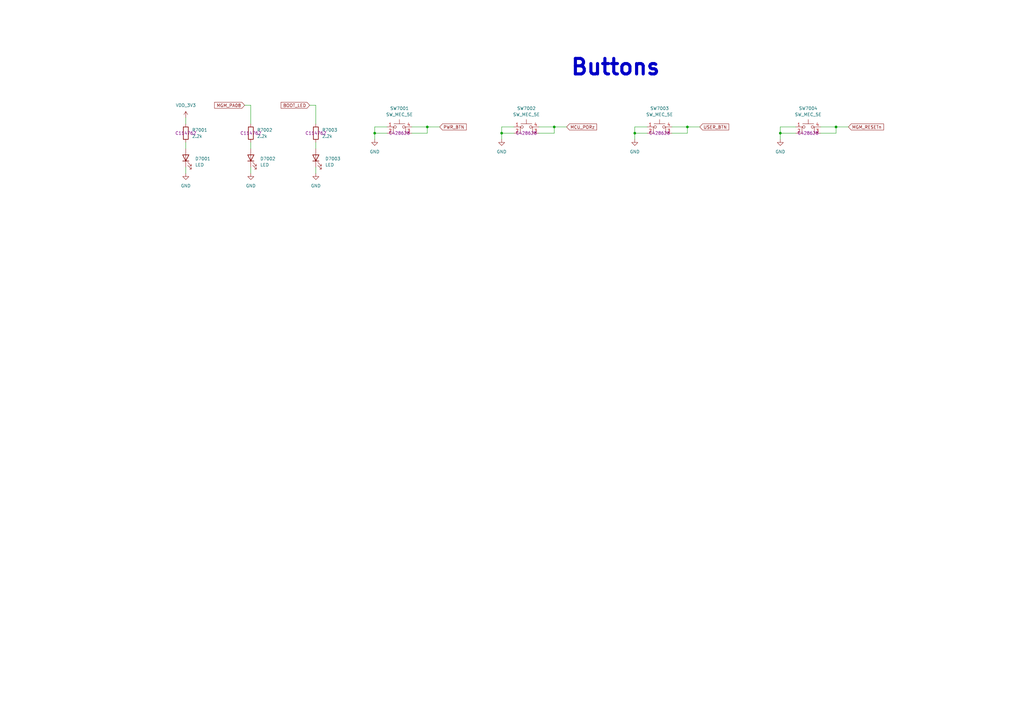
<source format=kicad_sch>
(kicad_sch (version 20250114) (generator "eeschema") (generator_version "9.0")
  (paper "A3")
  (lib_symbols
    (symbol "Device:LED" (pin_numbers (hide yes)) (pin_names (offset 1.016) (hide yes))
      (property "Reference" "D" (at 0 2.54 0))
      (property "Value" "LED" (at 0 -2.54 0))
      (symbol "LED_0_1"
        (polyline (pts (xy -3.048 -0.762) (xy -4.572 -2.286) (xy -3.81 -2.286) (xy -4.572 -2.286) (xy -4.572 -1.524)))
        (polyline (pts (xy -1.778 -0.762) (xy -3.302 -2.286) (xy -2.54 -2.286) (xy -3.302 -2.286) (xy -3.302 -1.524)))
        (polyline (pts (xy -1.27 0) (xy 1.27 0)))
        (polyline (pts (xy -1.27 -1.27) (xy -1.27 1.27)) (stroke (width 0.254)))
        (polyline (pts (xy 1.27 -1.27) (xy 1.27 1.27) (xy -1.27 0) (xy 1.27 -1.27)) (stroke (width 0.254)))
      )
      (symbol "LED_1_1"
        (pin passive line (at -3.81 0 0) (length 2.54) (name "K") (number "1"))
        (pin passive line (at 3.81 0 180) (length 2.54) (name "A") (number "2"))
      )
    )
    (symbol "Device:R" (pin_numbers (hide yes)) (pin_names (offset 0))
      (property "Reference" "R" (at 2.032 0 90))
      (property "Value" "R" (at 0 0 90))
      (symbol "R_0_1"
        (rectangle (start -1.016 -2.54) (end 1.016 2.54) (stroke (width 0.254)))
      )
      (symbol "R_1_1"
        (pin passive line (at 0 3.81 270) (length 1.27) (name "~") (number "1"))
        (pin passive line (at 0 -3.81 90) (length 1.27) (name "~") (number "2"))
      )
    )
    (symbol "Switch:SW_MEC_5E" (pin_names (offset 1.016) (hide yes))
      (property "Reference" "SW" (at 0.635 5.715 0))
      (property "Value" "SW_MEC_5E" (at 0 -3.175 0))
      (symbol "SW_MEC_5E_0_1"
        (polyline (pts (xy -2.54 0) (xy -2.54 2.54) (xy -2.286 2.54)))
        (polyline (pts (xy -2.286 3.81) (xy 2.286 3.81)))
        (circle (center -1.778 2.54) (radius 0.508))
        (polyline (pts (xy 0 3.81) (xy 0 5.588)))
        (circle (center 1.778 2.54) (radius 0.508))
        (polyline (pts (xy 2.54 0) (xy 2.54 2.54) (xy 2.286 2.54)))
        (pin passive line (at -5.08 2.54 0) (length 2.54) (name "1") (number "1"))
        (pin passive line (at -5.08 0 0) (length 2.54) (name "2") (number "2"))
        (pin passive line (at 5.08 2.54 180) (length 2.54) (name "A") (number "4"))
        (pin passive line (at 5.08 0 180) (length 2.54) (name "K") (number "3"))
      )
    )
    (symbol "power:GND" (power) (pin_numbers (hide yes)) (pin_names (offset 0) (hide yes))
      (property "Value" "GND" (at 0 -3.81 0))
      (symbol "GND_0_1"
        (polyline (pts (xy 0 0) (xy 0 -1.27) (xy 1.27 -1.27) (xy 0 -2.54) (xy -1.27 -1.27) (xy 0 -1.27)))
      )
      (symbol "GND_1_1"
        (pin power_in line (at 0 0 270) (length 0) (name "~") (number "1"))
      )
    )
    (symbol "power:VDD" (power) (pin_numbers (hide yes)) (pin_names (offset 0) (hide yes))
      (property "Value" "VDD" (at 0 3.556 0))
      (symbol "VDD_0_1"
        (polyline (pts (xy -0.762 1.27) (xy 0 2.54)))
        (polyline (pts (xy 0 2.54) (xy 0.762 1.27)))
        (polyline (pts (xy 0 0) (xy 0 2.54)))
      )
      (symbol "VDD_1_1"
        (pin power_in line (at 0 0 90) (length 0) (name "~") (number "1"))
      )
    )
  )
  (text "Buttons" (at 252.476 27.686 0) (effects (font (size 6.35 6.35) (thickness 1.27) (bold yes))))
  (junction (at 320.04 54.61))
  (junction (at 153.67 54.61))
  (junction (at 227.33 52.07))
  (junction (at 260.35 54.61))
  (junction (at 281.94 52.07))
  (junction (at 205.74 54.61))
  (junction (at 342.9 52.07))
  (junction (at 175.26 52.07))
  (wire (pts (xy 227.33 52.07) (xy 232.41 52.07)))
  (wire (pts (xy 129.54 43.18) (xy 127 43.18)))
  (wire (pts (xy 342.9 52.07) (xy 336.55 52.07)))
  (wire (pts (xy 153.67 54.61) (xy 153.67 57.15)))
  (wire (pts (xy 129.54 58.42) (xy 129.54 60.96)))
  (wire (pts (xy 275.59 52.07) (xy 281.94 52.07)))
  (wire (pts (xy 281.94 52.07) (xy 287.02 52.07)))
  (wire (pts (xy 227.33 54.61) (xy 227.33 52.07)))
  (wire (pts (xy 205.74 52.07) (xy 210.82 52.07)))
  (wire (pts (xy 260.35 57.15) (xy 260.35 54.61)))
  (wire (pts (xy 342.9 54.61) (xy 342.9 52.07)))
  (wire (pts (xy 175.26 54.61) (xy 175.26 52.07)))
  (wire (pts (xy 102.87 50.8) (xy 102.87 43.18)))
  (wire (pts (xy 260.35 52.07) (xy 265.43 52.07)))
  (wire (pts (xy 168.91 54.61) (xy 175.26 54.61)))
  (wire (pts (xy 275.59 54.61) (xy 281.94 54.61)))
  (wire (pts (xy 205.74 57.15) (xy 205.74 54.61)))
  (wire (pts (xy 158.75 52.07) (xy 153.67 52.07)))
  (wire (pts (xy 205.74 54.61) (xy 210.82 54.61)))
  (wire (pts (xy 220.98 54.61) (xy 227.33 54.61)))
  (wire (pts (xy 129.54 68.58) (xy 129.54 71.12)))
  (wire (pts (xy 129.54 50.8) (xy 129.54 43.18)))
  (wire (pts (xy 102.87 43.18) (xy 100.33 43.18)))
  (wire (pts (xy 102.87 58.42) (xy 102.87 60.96)))
  (wire (pts (xy 260.35 54.61) (xy 265.43 54.61)))
  (wire (pts (xy 102.87 68.58) (xy 102.87 71.12)))
  (wire (pts (xy 175.26 52.07) (xy 180.34 52.07)))
  (wire (pts (xy 320.04 52.07) (xy 320.04 54.61)))
  (wire (pts (xy 320.04 54.61) (xy 320.04 57.15)))
  (wire (pts (xy 281.94 54.61) (xy 281.94 52.07)))
  (wire (pts (xy 153.67 54.61) (xy 158.75 54.61)))
  (wire (pts (xy 320.04 54.61) (xy 326.39 54.61)))
  (wire (pts (xy 326.39 52.07) (xy 320.04 52.07)))
  (wire (pts (xy 76.2 48.26) (xy 76.2 50.8)))
  (wire (pts (xy 336.55 54.61) (xy 342.9 54.61)))
  (wire (pts (xy 342.9 52.07) (xy 347.98 52.07)))
  (wire (pts (xy 153.67 52.07) (xy 153.67 54.61)))
  (wire (pts (xy 168.91 52.07) (xy 175.26 52.07)))
  (wire (pts (xy 205.74 54.61) (xy 205.74 52.07)))
  (wire (pts (xy 76.2 68.58) (xy 76.2 71.12)))
  (wire (pts (xy 76.2 58.42) (xy 76.2 60.96)))
  (wire (pts (xy 220.98 52.07) (xy 227.33 52.07)))
  (wire (pts (xy 260.35 54.61) (xy 260.35 52.07)))
  (global_label "PWR_BTN" (shape input) (at 180.34 52.07 0) (property "Intersheetrefs" "${INTERSHEET_REFS}" (effects (hide yes))))
  (global_label "BOOT_LED" (shape input) (at 127 43.18 180) (property "Intersheetrefs" "${INTERSHEET_REFS}" (effects (hide yes))))
  (global_label "MCU_PORz" (shape input) (at 232.41 52.07 0) (property "Intersheetrefs" "${INTERSHEET_REFS}" (effects (hide yes))))
  (global_label "USER_BTN" (shape input) (at 287.02 52.07 0) (property "Intersheetrefs" "${INTERSHEET_REFS}" (effects (hide yes))))
  (global_label "MGM_PA08" (shape input) (at 100.33 43.18 180) (property "Intersheetrefs" "${INTERSHEET_REFS}" (effects (hide yes))))
  (global_label "MGM_RESETn" (shape input) (at 347.98 52.07 0) (property "Intersheetrefs" "${INTERSHEET_REFS}" (effects (hide yes))))
  (symbol (lib_id "power:GND") (at 205.74 57.15 0) (unit 1)
    (property "Reference" "#PWR07002" (effects (hide yes)))
    (property "Value" "GND" (at 205.74 62.23 0))
    (property "Description" "Power symbol creates a global label with name \"GND\" , ground" (effects (hide yes)))
  )
  (symbol (lib_id "Switch:SW_MEC_5E") (at 270.51 54.61 0) (unit 1)
    (property "Reference" "SW7003" (at 270.51 44.45 0))
    (property "Value" "SW_MEC_5E" (at 270.51 46.99 0))
    (property "Footprint" "SoftServicesFootprintLibrary:1825910-6" (effects (hide yes)))
    (property "Datasheet" "http://www.apem.com/int/index.php?controller=attachment&id_attachment=1371" (effects (hide yes)))
    (property "Description" "MEC 5E single pole normally-open tactile switch" (effects (hide yes)))
    (property "JLCPCB Part#" "C428628" (at 270.51 54.61 0))
  )
  (symbol (lib_id "Device:R") (at 76.2 54.61 0) (unit 1)
    (property "Reference" "R7001" (at 78.74 53.3399 0) (effects (justify left)))
    (property "Value" "2.2k" (at 78.74 55.8799 0) (effects (justify left)))
    (property "Footprint" "Resistor_SMD:R_0402_1005Metric" (effects (hide yes)))
    (property "Description" "Resistor" (effects (hide yes)))
    (property "JLCPCB Part#" "C114762" (at 76.2 54.61 0))
  )
  (symbol (lib_id "Switch:SW_MEC_5E") (at 331.47 54.61 0) (unit 1)
    (property "Reference" "SW7004" (at 331.47 44.45 0))
    (property "Value" "SW_MEC_5E" (at 331.47 46.99 0))
    (property "Footprint" "SoftServicesFootprintLibrary:1825910-6" (effects (hide yes)))
    (property "Datasheet" "http://www.apem.com/int/index.php?controller=attachment&id_attachment=1371" (effects (hide yes)))
    (property "Description" "MEC 5E single pole normally-open tactile switch" (effects (hide yes)))
    (property "JLCPCB Part#" "C428628" (at 331.47 54.61 0))
  )
  (symbol (lib_id "power:GND") (at 102.87 71.12 0) (unit 1)
    (property "Reference" "#PWR07007" (effects (hide yes)))
    (property "Value" "GND" (at 102.87 76.2 0))
    (property "Description" "Power symbol creates a global label with name \"GND\" , ground" (effects (hide yes)))
  )
  (symbol (lib_id "Device:LED") (at 129.54 64.77 90) (unit 1)
    (property "Reference" "D7003" (at 133.35 65.0874 90) (effects (justify right)))
    (property "Value" "LED" (at 133.35 67.6274 90) (effects (justify right)))
    (property "Footprint" "LED_SMD:LED_0402_1005Metric" (effects (hide yes)))
    (property "Description" "Light emitting diode" (effects (hide yes)))
    (property "Sim.Pins" "1=K 2=A" (effects (hide yes)))
  )
  (symbol (lib_id "power:GND") (at 260.35 57.15 0) (unit 1)
    (property "Reference" "#PWR07003" (effects (hide yes)))
    (property "Value" "GND" (at 260.35 62.23 0))
    (property "Description" "Power symbol creates a global label with name \"GND\" , ground" (effects (hide yes)))
  )
  (symbol (lib_id "power:GND") (at 129.54 71.12 0) (unit 1)
    (property "Reference" "#PWR07008" (effects (hide yes)))
    (property "Value" "GND" (at 129.54 76.2 0))
    (property "Description" "Power symbol creates a global label with name \"GND\" , ground" (effects (hide yes)))
  )
  (symbol (lib_id "Device:LED") (at 102.87 64.77 90) (unit 1)
    (property "Reference" "D7002" (at 106.68 65.0874 90) (effects (justify right)))
    (property "Value" "LED" (at 106.68 67.6274 90) (effects (justify right)))
    (property "Footprint" "LED_SMD:LED_0402_1005Metric" (effects (hide yes)))
    (property "Description" "Light emitting diode" (effects (hide yes)))
    (property "Sim.Pins" "1=K 2=A" (effects (hide yes)))
  )
  (symbol (lib_id "Device:R") (at 129.54 54.61 0) (unit 1)
    (property "Reference" "R7003" (at 132.08 53.3399 0) (effects (justify left)))
    (property "Value" "2.2k" (at 132.08 55.8799 0) (effects (justify left)))
    (property "Footprint" "Resistor_SMD:R_0402_1005Metric" (effects (hide yes)))
    (property "Description" "Resistor" (effects (hide yes)))
    (property "JLCPCB Part#" "C114762" (at 129.54 54.61 0))
  )
  (symbol (lib_id "Switch:SW_MEC_5E") (at 215.9 54.61 0) (unit 1)
    (property "Reference" "SW7002" (at 215.9 44.45 0))
    (property "Value" "SW_MEC_5E" (at 215.9 46.99 0))
    (property "Footprint" "SoftServicesFootprintLibrary:1825910-6" (effects (hide yes)))
    (property "Datasheet" "http://www.apem.com/int/index.php?controller=attachment&id_attachment=1371" (effects (hide yes)))
    (property "Description" "MEC 5E single pole normally-open tactile switch" (effects (hide yes)))
    (property "JLCPCB Part#" "C428628" (at 215.9 54.61 0))
  )
  (symbol (lib_id "power:GND") (at 76.2 71.12 0) (unit 1)
    (property "Reference" "#PWR07005" (effects (hide yes)))
    (property "Value" "GND" (at 76.2 76.2 0))
    (property "Description" "Power symbol creates a global label with name \"GND\" , ground" (effects (hide yes)))
  )
  (symbol (lib_id "power:GND") (at 153.67 57.15 0) (unit 1)
    (property "Reference" "#PWR07001" (effects (hide yes)))
    (property "Value" "GND" (at 153.67 62.23 0))
    (property "Description" "Power symbol creates a global label with name \"GND\" , ground" (effects (hide yes)))
  )
  (symbol (lib_id "Device:LED") (at 76.2 64.77 90) (unit 1)
    (property "Reference" "D7001" (at 80.01 65.0874 90) (effects (justify right)))
    (property "Value" "LED" (at 80.01 67.6274 90) (effects (justify right)))
    (property "Footprint" "LED_SMD:LED_0402_1005Metric" (effects (hide yes)))
    (property "Description" "Light emitting diode" (effects (hide yes)))
    (property "Sim.Pins" "1=K 2=A" (effects (hide yes)))
  )
  (symbol (lib_id "Switch:SW_MEC_5E") (at 163.83 54.61 0) (unit 1)
    (property "Reference" "SW7001" (at 163.83 44.45 0))
    (property "Value" "SW_MEC_5E" (at 163.83 46.99 0))
    (property "Footprint" "SoftServicesFootprintLibrary:1825910-6" (effects (hide yes)))
    (property "Datasheet" "http://www.apem.com/int/index.php?controller=attachment&id_attachment=1371" (effects (hide yes)))
    (property "Description" "MEC 5E single pole normally-open tactile switch" (effects (hide yes)))
    (property "JLCPCB Part#" "C428628" (at 163.83 54.61 0))
  )
  (symbol (lib_id "power:GND") (at 320.04 57.15 0) (unit 1)
    (property "Reference" "#PWR07004" (effects (hide yes)))
    (property "Value" "GND" (at 320.04 62.23 0))
    (property "Description" "Power symbol creates a global label with name \"GND\" , ground" (effects (hide yes)))
  )
  (symbol (lib_id "Device:R") (at 102.87 54.61 0) (unit 1)
    (property "Reference" "R7002" (at 105.41 53.3399 0) (effects (justify left)))
    (property "Value" "2.2k" (at 105.41 55.8799 0) (effects (justify left)))
    (property "Footprint" "Resistor_SMD:R_0402_1005Metric" (effects (hide yes)))
    (property "Description" "Resistor" (effects (hide yes)))
    (property "JLCPCB Part#" "C114762" (at 102.87 54.61 0))
  )
  (symbol (lib_id "power:VDD") (at 76.2 48.26 0) (unit 1)
    (property "Reference" "#PWR07006" (effects (hide yes)))
    (property "Value" "VDD_3V3" (at 76.2 43.18 0))
    (property "Description" "Power symbol creates a global label with name \"VDD\"" (effects (hide yes)))
  )
)
</source>
